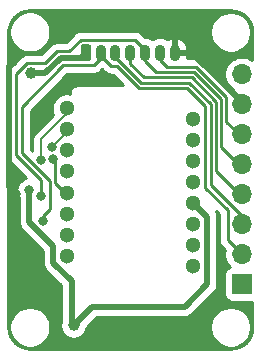
<source format=gbl>
G04 #@! TF.GenerationSoftware,KiCad,Pcbnew,(5.1.5)-3*
G04 #@! TF.CreationDate,2021-07-20T23:34:01+09:00*
G04 #@! TF.ProjectId,pmw3360,706d7733-3336-4302-9e6b-696361645f70,rev?*
G04 #@! TF.SameCoordinates,PX5b136e0PY4bcb138*
G04 #@! TF.FileFunction,Copper,L2,Bot*
G04 #@! TF.FilePolarity,Positive*
%FSLAX46Y46*%
G04 Gerber Fmt 4.6, Leading zero omitted, Abs format (unit mm)*
G04 Created by KiCad (PCBNEW (5.1.5)-3) date 2021-07-20 23:34:01*
%MOMM*%
%LPD*%
G04 APERTURE LIST*
%ADD10O,0.900000X1.400000*%
%ADD11C,0.100000*%
%ADD12C,1.300000*%
%ADD13O,1.700000X1.700000*%
%ADD14R,1.700000X1.700000*%
%ADD15C,0.800000*%
%ADD16C,1.000000*%
%ADD17C,0.500000*%
%ADD18C,0.250000*%
%ADD19C,0.200000*%
%ADD20C,0.254000*%
G04 APERTURE END LIST*
D10*
X14750000Y-4250000D03*
X13500000Y-4250000D03*
X12250000Y-4250000D03*
X11000000Y-4250000D03*
X9750000Y-4250000D03*
X8500000Y-4250000D03*
G04 #@! TA.AperFunction,ComponentPad*
D11*
G36*
X7497054Y-3551083D02*
G01*
X7518895Y-3554323D01*
X7540314Y-3559688D01*
X7561104Y-3567127D01*
X7581064Y-3576568D01*
X7600003Y-3587919D01*
X7617738Y-3601073D01*
X7634099Y-3615901D01*
X7648927Y-3632262D01*
X7662081Y-3649997D01*
X7673432Y-3668936D01*
X7682873Y-3688896D01*
X7690312Y-3709686D01*
X7695677Y-3731105D01*
X7698917Y-3752946D01*
X7700000Y-3775000D01*
X7700000Y-4725000D01*
X7698917Y-4747054D01*
X7695677Y-4768895D01*
X7690312Y-4790314D01*
X7682873Y-4811104D01*
X7673432Y-4831064D01*
X7662081Y-4850003D01*
X7648927Y-4867738D01*
X7634099Y-4884099D01*
X7617738Y-4898927D01*
X7600003Y-4912081D01*
X7581064Y-4923432D01*
X7561104Y-4932873D01*
X7540314Y-4940312D01*
X7518895Y-4945677D01*
X7497054Y-4948917D01*
X7475000Y-4950000D01*
X7025000Y-4950000D01*
X7002946Y-4948917D01*
X6981105Y-4945677D01*
X6959686Y-4940312D01*
X6938896Y-4932873D01*
X6918936Y-4923432D01*
X6899997Y-4912081D01*
X6882262Y-4898927D01*
X6865901Y-4884099D01*
X6851073Y-4867738D01*
X6837919Y-4850003D01*
X6826568Y-4831064D01*
X6817127Y-4811104D01*
X6809688Y-4790314D01*
X6804323Y-4768895D01*
X6801083Y-4747054D01*
X6800000Y-4725000D01*
X6800000Y-3775000D01*
X6801083Y-3752946D01*
X6804323Y-3731105D01*
X6809688Y-3709686D01*
X6817127Y-3688896D01*
X6826568Y-3668936D01*
X6837919Y-3649997D01*
X6851073Y-3632262D01*
X6865901Y-3615901D01*
X6882262Y-3601073D01*
X6899997Y-3587919D01*
X6918936Y-3576568D01*
X6938896Y-3567127D01*
X6959686Y-3559688D01*
X6981105Y-3554323D01*
X7002946Y-3551083D01*
X7025000Y-3550000D01*
X7475000Y-3550000D01*
X7497054Y-3551083D01*
G37*
G04 #@! TD.AperFunction*
D12*
X5650000Y-21435000D03*
X5650000Y-19655000D03*
X5650000Y-17875000D03*
X5650000Y-16095000D03*
X5650000Y-14315000D03*
X5650000Y-12535000D03*
X5650000Y-10755000D03*
X5650000Y-8975000D03*
X16350000Y-9865000D03*
X16350000Y-11645000D03*
X16350000Y-13425000D03*
X16350000Y-15205000D03*
X16350000Y-16985000D03*
X16350000Y-18765000D03*
X16350000Y-20545000D03*
X16350000Y-22325000D03*
D13*
X20450000Y-6070000D03*
X20450000Y-8610000D03*
X20450000Y-11150000D03*
X20450000Y-13690000D03*
X20450000Y-16230000D03*
X20450000Y-18770000D03*
X20450000Y-21310000D03*
D14*
X20450000Y-23850000D03*
D15*
X15500000Y-2050000D03*
X17050000Y-27400000D03*
X12800000Y-27400000D03*
X1050000Y-5050000D03*
X1150000Y-24800000D03*
X1350000Y-16200000D03*
X9200000Y-6600000D03*
X4025000Y-9725000D03*
X5000000Y-29000000D03*
X18450000Y-25200000D03*
D16*
X2600000Y-6000000D03*
X6200000Y-27350000D03*
D15*
X2400000Y-15900000D03*
X3450000Y-16400000D03*
X3600000Y-18500000D03*
X4450000Y-13250000D03*
X4350000Y-12250000D03*
X3450000Y-13350000D03*
D17*
X14750000Y-4250000D02*
X16250000Y-4250000D01*
X20450000Y-8450000D02*
X20450000Y-8610000D01*
X16250000Y-4250000D02*
X20450000Y-8450000D01*
X1050000Y-5050000D02*
X850000Y-5250000D01*
X750000Y-5350000D02*
X1050000Y-5050000D01*
X1350000Y-16200000D02*
X750000Y-15600000D01*
X750000Y-15600000D02*
X750000Y-5350000D01*
X12800000Y-27400000D02*
X17050000Y-27400000D01*
X5100000Y-4700000D02*
X6800000Y-4700000D01*
X6800000Y-4700000D02*
X7250000Y-4250000D01*
X2600000Y-6000000D02*
X3800000Y-6000000D01*
X3800000Y-6000000D02*
X5100000Y-4700000D01*
X17500000Y-18135000D02*
X16350000Y-16985000D01*
X17500000Y-23850000D02*
X17500000Y-18135000D01*
X15600000Y-25750000D02*
X17500000Y-23850000D01*
X6200000Y-27350000D02*
X7800000Y-25750000D01*
X7800000Y-25750000D02*
X15600000Y-25750000D01*
X6050000Y-23600000D02*
X6050000Y-27200000D01*
X2450000Y-15950000D02*
X2450000Y-18600000D01*
X2400000Y-15900000D02*
X2450000Y-15950000D01*
X2450000Y-18600000D02*
X4500000Y-20650000D01*
X4500000Y-20650000D02*
X4500000Y-22050000D01*
X6050000Y-27200000D02*
X6200000Y-27350000D01*
X4500000Y-22050000D02*
X6050000Y-23600000D01*
D18*
X13500000Y-4250000D02*
X13500000Y-4800000D01*
X19150000Y-10100000D02*
X20200000Y-11150000D01*
X13500000Y-4850000D02*
X14100000Y-5450000D01*
X13500000Y-4250000D02*
X13500000Y-4850000D01*
X19150000Y-8000000D02*
X19150000Y-10100000D01*
X20200000Y-11150000D02*
X20450000Y-11150000D01*
X14100000Y-5450000D02*
X16600000Y-5450000D01*
X16600000Y-5450000D02*
X19150000Y-8000000D01*
X18700000Y-12250000D02*
X20140000Y-13690000D01*
X12250000Y-4950000D02*
X13200000Y-5900000D01*
X12250000Y-4250000D02*
X12250000Y-4950000D01*
X20140000Y-13690000D02*
X20450000Y-13690000D01*
X18700000Y-8200000D02*
X18700000Y-12250000D01*
X13200000Y-5900000D02*
X16400000Y-5900000D01*
X16400000Y-5900000D02*
X18700000Y-8200000D01*
X12250000Y-4000000D02*
X12250000Y-4250000D01*
X11400000Y-3150000D02*
X12250000Y-4000000D01*
X3450000Y-15050000D02*
X1350000Y-12950000D01*
X3450000Y-16400000D02*
X3450000Y-15050000D01*
X6800000Y-3150000D02*
X11400000Y-3150000D01*
X3750000Y-5150000D02*
X4800000Y-4100000D01*
X1350000Y-12950000D02*
X1350000Y-6050000D01*
X1350000Y-6050000D02*
X2250000Y-5150000D01*
X5850000Y-4100000D02*
X6800000Y-3150000D01*
X2250000Y-5150000D02*
X3750000Y-5150000D01*
X4800000Y-4100000D02*
X5850000Y-4100000D01*
X11000000Y-5200000D02*
X11000000Y-4250000D01*
X12150000Y-6350000D02*
X11000000Y-5200000D01*
X20180000Y-16230000D02*
X18250000Y-14300000D01*
X18250000Y-14300000D02*
X18250000Y-8400000D01*
X20450000Y-16230000D02*
X20180000Y-16230000D01*
X18250000Y-8400000D02*
X16200000Y-6350000D01*
X16200000Y-6350000D02*
X12150000Y-6350000D01*
X20450000Y-18100000D02*
X20450000Y-18770000D01*
X17800000Y-15450000D02*
X20450000Y-18100000D01*
X9750000Y-4600000D02*
X11950000Y-6800000D01*
X9750000Y-4250000D02*
X9750000Y-4600000D01*
X11950000Y-6800000D02*
X16000000Y-6800000D01*
X17800000Y-8600000D02*
X17800000Y-15450000D01*
X16000000Y-6800000D02*
X17800000Y-8600000D01*
X19250000Y-20110000D02*
X20450000Y-21310000D01*
X19250000Y-17600000D02*
X19250000Y-20110000D01*
X17350000Y-15700000D02*
X19250000Y-17600000D01*
X17350000Y-8800000D02*
X17350000Y-15700000D01*
X8500000Y-4500000D02*
X9350000Y-5350000D01*
X9350000Y-5350000D02*
X9850000Y-5350000D01*
X8500000Y-4250000D02*
X8500000Y-4500000D01*
X9850000Y-5350000D02*
X11750000Y-7250000D01*
X15800000Y-7250000D02*
X17350000Y-8800000D01*
X11750000Y-7250000D02*
X15800000Y-7250000D01*
X8500000Y-4700000D02*
X8500000Y-4250000D01*
X3600000Y-18500000D02*
X3600000Y-18050000D01*
X1800000Y-8850000D02*
X5350000Y-5300000D01*
X4200000Y-17450000D02*
X4200000Y-15150000D01*
X4200000Y-15150000D02*
X1800000Y-12750000D01*
X3600000Y-18050000D02*
X4200000Y-17450000D01*
X7900000Y-5300000D02*
X8500000Y-4700000D01*
X5350000Y-5300000D02*
X7900000Y-5300000D01*
X1800000Y-12750000D02*
X1800000Y-8850000D01*
X4650000Y-13450000D02*
X4450000Y-13250000D01*
X4650000Y-15250000D02*
X4650000Y-13450000D01*
X5650000Y-16095000D02*
X5495000Y-16095000D01*
X5495000Y-16095000D02*
X4650000Y-15250000D01*
D19*
X5650000Y-10950000D02*
X5650000Y-10755000D01*
X4350000Y-12250000D02*
X5650000Y-10950000D01*
X5650000Y-9400000D02*
X5650000Y-8975000D01*
X3450000Y-13350000D02*
X3450000Y-11600000D01*
X3450000Y-11600000D02*
X5650000Y-9400000D01*
D20*
G36*
X715026Y-13374276D02*
G01*
X746533Y-13412667D01*
X809999Y-13490001D01*
X839002Y-13513804D01*
X2208093Y-14882896D01*
X2098102Y-14904774D01*
X1909744Y-14982795D01*
X1740226Y-15096063D01*
X1596063Y-15240226D01*
X1482795Y-15409744D01*
X1404774Y-15598102D01*
X1365000Y-15798061D01*
X1365000Y-16001939D01*
X1404774Y-16201898D01*
X1482795Y-16390256D01*
X1565000Y-16513285D01*
X1565001Y-18556521D01*
X1560719Y-18600000D01*
X1577805Y-18773490D01*
X1628412Y-18940313D01*
X1710590Y-19094059D01*
X1793468Y-19195046D01*
X1793471Y-19195049D01*
X1821184Y-19228817D01*
X1854951Y-19256529D01*
X3615000Y-21016579D01*
X3615001Y-22006521D01*
X3610719Y-22050000D01*
X3627805Y-22223490D01*
X3678412Y-22390313D01*
X3760590Y-22544059D01*
X3843468Y-22645046D01*
X3843471Y-22645049D01*
X3871184Y-22678817D01*
X3904951Y-22706529D01*
X5165000Y-23966579D01*
X5165001Y-26882811D01*
X5108617Y-27018933D01*
X5065000Y-27238212D01*
X5065000Y-27461788D01*
X5108617Y-27681067D01*
X5194176Y-27887624D01*
X5318388Y-28073520D01*
X5476480Y-28231612D01*
X5662376Y-28355824D01*
X5868933Y-28441383D01*
X6088212Y-28485000D01*
X6311788Y-28485000D01*
X6531067Y-28441383D01*
X6737624Y-28355824D01*
X6923520Y-28231612D01*
X7081612Y-28073520D01*
X7205824Y-27887624D01*
X7291383Y-27681067D01*
X7333811Y-27467768D01*
X7472462Y-27329117D01*
X17765000Y-27329117D01*
X17765000Y-27670883D01*
X17831675Y-28006081D01*
X17962463Y-28321831D01*
X18152337Y-28605998D01*
X18394002Y-28847663D01*
X18678169Y-29037537D01*
X18993919Y-29168325D01*
X19329117Y-29235000D01*
X19670883Y-29235000D01*
X20006081Y-29168325D01*
X20321831Y-29037537D01*
X20605998Y-28847663D01*
X20847663Y-28605998D01*
X21037537Y-28321831D01*
X21168325Y-28006081D01*
X21235000Y-27670883D01*
X21235000Y-27329117D01*
X21168325Y-26993919D01*
X21037537Y-26678169D01*
X20847663Y-26394002D01*
X20605998Y-26152337D01*
X20321831Y-25962463D01*
X20006081Y-25831675D01*
X19670883Y-25765000D01*
X19329117Y-25765000D01*
X18993919Y-25831675D01*
X18678169Y-25962463D01*
X18394002Y-26152337D01*
X18152337Y-26394002D01*
X17962463Y-26678169D01*
X17831675Y-26993919D01*
X17765000Y-27329117D01*
X7472462Y-27329117D01*
X8166579Y-26635000D01*
X15556531Y-26635000D01*
X15600000Y-26639281D01*
X15643469Y-26635000D01*
X15643477Y-26635000D01*
X15773490Y-26622195D01*
X15940313Y-26571589D01*
X16094059Y-26489411D01*
X16228817Y-26378817D01*
X16256534Y-26345044D01*
X18095050Y-24506529D01*
X18128817Y-24478817D01*
X18239411Y-24344059D01*
X18321589Y-24190313D01*
X18372195Y-24023490D01*
X18385000Y-23893477D01*
X18385000Y-23893469D01*
X18389281Y-23850000D01*
X18385000Y-23806531D01*
X18385000Y-18178469D01*
X18389281Y-18135000D01*
X18385000Y-18091531D01*
X18385000Y-18091523D01*
X18372195Y-17961510D01*
X18353844Y-17901015D01*
X18321589Y-17794686D01*
X18266133Y-17690935D01*
X18490000Y-17914802D01*
X18490001Y-20072668D01*
X18486324Y-20110000D01*
X18490001Y-20147333D01*
X18500606Y-20255000D01*
X18500998Y-20258985D01*
X18544454Y-20402246D01*
X18615026Y-20534276D01*
X18681981Y-20615860D01*
X18710000Y-20650001D01*
X18738998Y-20673799D01*
X19008791Y-20943592D01*
X18965000Y-21163740D01*
X18965000Y-21456260D01*
X19022068Y-21743158D01*
X19134010Y-22013411D01*
X19296525Y-22256632D01*
X19428380Y-22388487D01*
X19355820Y-22410498D01*
X19245506Y-22469463D01*
X19148815Y-22548815D01*
X19069463Y-22645506D01*
X19010498Y-22755820D01*
X18974188Y-22875518D01*
X18961928Y-23000000D01*
X18961928Y-24700000D01*
X18974188Y-24824482D01*
X19010498Y-24944180D01*
X19069463Y-25054494D01*
X19148815Y-25151185D01*
X19245506Y-25230537D01*
X19355820Y-25289502D01*
X19475518Y-25325812D01*
X19600000Y-25338072D01*
X21300000Y-25338072D01*
X21340001Y-25334132D01*
X21340001Y-27467711D01*
X21301853Y-27856776D01*
X21198238Y-28199964D01*
X21029939Y-28516489D01*
X20803365Y-28794296D01*
X20527146Y-29022805D01*
X20211803Y-29193310D01*
X19869344Y-29299319D01*
X19482288Y-29340000D01*
X2532279Y-29340000D01*
X2143224Y-29301853D01*
X1800036Y-29198238D01*
X1483511Y-29029939D01*
X1205704Y-28803365D01*
X977195Y-28527146D01*
X806690Y-28211803D01*
X700681Y-27869344D01*
X660000Y-27482288D01*
X660000Y-27329117D01*
X765000Y-27329117D01*
X765000Y-27670883D01*
X831675Y-28006081D01*
X962463Y-28321831D01*
X1152337Y-28605998D01*
X1394002Y-28847663D01*
X1678169Y-29037537D01*
X1993919Y-29168325D01*
X2329117Y-29235000D01*
X2670883Y-29235000D01*
X3006081Y-29168325D01*
X3321831Y-29037537D01*
X3605998Y-28847663D01*
X3847663Y-28605998D01*
X4037537Y-28321831D01*
X4168325Y-28006081D01*
X4235000Y-27670883D01*
X4235000Y-27329117D01*
X4168325Y-26993919D01*
X4037537Y-26678169D01*
X3847663Y-26394002D01*
X3605998Y-26152337D01*
X3321831Y-25962463D01*
X3006081Y-25831675D01*
X2670883Y-25765000D01*
X2329117Y-25765000D01*
X1993919Y-25831675D01*
X1678169Y-25962463D01*
X1394002Y-26152337D01*
X1152337Y-26394002D01*
X962463Y-26678169D01*
X831675Y-26993919D01*
X765000Y-27329117D01*
X660000Y-27329117D01*
X660000Y-13271330D01*
X715026Y-13374276D01*
G37*
X715026Y-13374276D02*
X746533Y-13412667D01*
X809999Y-13490001D01*
X839002Y-13513804D01*
X2208093Y-14882896D01*
X2098102Y-14904774D01*
X1909744Y-14982795D01*
X1740226Y-15096063D01*
X1596063Y-15240226D01*
X1482795Y-15409744D01*
X1404774Y-15598102D01*
X1365000Y-15798061D01*
X1365000Y-16001939D01*
X1404774Y-16201898D01*
X1482795Y-16390256D01*
X1565000Y-16513285D01*
X1565001Y-18556521D01*
X1560719Y-18600000D01*
X1577805Y-18773490D01*
X1628412Y-18940313D01*
X1710590Y-19094059D01*
X1793468Y-19195046D01*
X1793471Y-19195049D01*
X1821184Y-19228817D01*
X1854951Y-19256529D01*
X3615000Y-21016579D01*
X3615001Y-22006521D01*
X3610719Y-22050000D01*
X3627805Y-22223490D01*
X3678412Y-22390313D01*
X3760590Y-22544059D01*
X3843468Y-22645046D01*
X3843471Y-22645049D01*
X3871184Y-22678817D01*
X3904951Y-22706529D01*
X5165000Y-23966579D01*
X5165001Y-26882811D01*
X5108617Y-27018933D01*
X5065000Y-27238212D01*
X5065000Y-27461788D01*
X5108617Y-27681067D01*
X5194176Y-27887624D01*
X5318388Y-28073520D01*
X5476480Y-28231612D01*
X5662376Y-28355824D01*
X5868933Y-28441383D01*
X6088212Y-28485000D01*
X6311788Y-28485000D01*
X6531067Y-28441383D01*
X6737624Y-28355824D01*
X6923520Y-28231612D01*
X7081612Y-28073520D01*
X7205824Y-27887624D01*
X7291383Y-27681067D01*
X7333811Y-27467768D01*
X7472462Y-27329117D01*
X17765000Y-27329117D01*
X17765000Y-27670883D01*
X17831675Y-28006081D01*
X17962463Y-28321831D01*
X18152337Y-28605998D01*
X18394002Y-28847663D01*
X18678169Y-29037537D01*
X18993919Y-29168325D01*
X19329117Y-29235000D01*
X19670883Y-29235000D01*
X20006081Y-29168325D01*
X20321831Y-29037537D01*
X20605998Y-28847663D01*
X20847663Y-28605998D01*
X21037537Y-28321831D01*
X21168325Y-28006081D01*
X21235000Y-27670883D01*
X21235000Y-27329117D01*
X21168325Y-26993919D01*
X21037537Y-26678169D01*
X20847663Y-26394002D01*
X20605998Y-26152337D01*
X20321831Y-25962463D01*
X20006081Y-25831675D01*
X19670883Y-25765000D01*
X19329117Y-25765000D01*
X18993919Y-25831675D01*
X18678169Y-25962463D01*
X18394002Y-26152337D01*
X18152337Y-26394002D01*
X17962463Y-26678169D01*
X17831675Y-26993919D01*
X17765000Y-27329117D01*
X7472462Y-27329117D01*
X8166579Y-26635000D01*
X15556531Y-26635000D01*
X15600000Y-26639281D01*
X15643469Y-26635000D01*
X15643477Y-26635000D01*
X15773490Y-26622195D01*
X15940313Y-26571589D01*
X16094059Y-26489411D01*
X16228817Y-26378817D01*
X16256534Y-26345044D01*
X18095050Y-24506529D01*
X18128817Y-24478817D01*
X18239411Y-24344059D01*
X18321589Y-24190313D01*
X18372195Y-24023490D01*
X18385000Y-23893477D01*
X18385000Y-23893469D01*
X18389281Y-23850000D01*
X18385000Y-23806531D01*
X18385000Y-18178469D01*
X18389281Y-18135000D01*
X18385000Y-18091531D01*
X18385000Y-18091523D01*
X18372195Y-17961510D01*
X18353844Y-17901015D01*
X18321589Y-17794686D01*
X18266133Y-17690935D01*
X18490000Y-17914802D01*
X18490001Y-20072668D01*
X18486324Y-20110000D01*
X18490001Y-20147333D01*
X18500606Y-20255000D01*
X18500998Y-20258985D01*
X18544454Y-20402246D01*
X18615026Y-20534276D01*
X18681981Y-20615860D01*
X18710000Y-20650001D01*
X18738998Y-20673799D01*
X19008791Y-20943592D01*
X18965000Y-21163740D01*
X18965000Y-21456260D01*
X19022068Y-21743158D01*
X19134010Y-22013411D01*
X19296525Y-22256632D01*
X19428380Y-22388487D01*
X19355820Y-22410498D01*
X19245506Y-22469463D01*
X19148815Y-22548815D01*
X19069463Y-22645506D01*
X19010498Y-22755820D01*
X18974188Y-22875518D01*
X18961928Y-23000000D01*
X18961928Y-24700000D01*
X18974188Y-24824482D01*
X19010498Y-24944180D01*
X19069463Y-25054494D01*
X19148815Y-25151185D01*
X19245506Y-25230537D01*
X19355820Y-25289502D01*
X19475518Y-25325812D01*
X19600000Y-25338072D01*
X21300000Y-25338072D01*
X21340001Y-25334132D01*
X21340001Y-27467711D01*
X21301853Y-27856776D01*
X21198238Y-28199964D01*
X21029939Y-28516489D01*
X20803365Y-28794296D01*
X20527146Y-29022805D01*
X20211803Y-29193310D01*
X19869344Y-29299319D01*
X19482288Y-29340000D01*
X2532279Y-29340000D01*
X2143224Y-29301853D01*
X1800036Y-29198238D01*
X1483511Y-29029939D01*
X1205704Y-28803365D01*
X977195Y-28527146D01*
X806690Y-28211803D01*
X700681Y-27869344D01*
X660000Y-27482288D01*
X660000Y-27329117D01*
X765000Y-27329117D01*
X765000Y-27670883D01*
X831675Y-28006081D01*
X962463Y-28321831D01*
X1152337Y-28605998D01*
X1394002Y-28847663D01*
X1678169Y-29037537D01*
X1993919Y-29168325D01*
X2329117Y-29235000D01*
X2670883Y-29235000D01*
X3006081Y-29168325D01*
X3321831Y-29037537D01*
X3605998Y-28847663D01*
X3847663Y-28605998D01*
X4037537Y-28321831D01*
X4168325Y-28006081D01*
X4235000Y-27670883D01*
X4235000Y-27329117D01*
X4168325Y-26993919D01*
X4037537Y-26678169D01*
X3847663Y-26394002D01*
X3605998Y-26152337D01*
X3321831Y-25962463D01*
X3006081Y-25831675D01*
X2670883Y-25765000D01*
X2329117Y-25765000D01*
X1993919Y-25831675D01*
X1678169Y-25962463D01*
X1394002Y-26152337D01*
X1152337Y-26394002D01*
X962463Y-26678169D01*
X831675Y-26993919D01*
X765000Y-27329117D01*
X660000Y-27329117D01*
X660000Y-13271330D01*
X715026Y-13374276D01*
G36*
X8786200Y-5861002D02*
G01*
X8809999Y-5890001D01*
X8838997Y-5913799D01*
X8925724Y-5984974D01*
X9057753Y-6055546D01*
X9201014Y-6099003D01*
X9350000Y-6113677D01*
X9387333Y-6110000D01*
X9535199Y-6110000D01*
X10415198Y-6990000D01*
X6582419Y-6990000D01*
X6550000Y-6986807D01*
X6517581Y-6990000D01*
X6420617Y-6999550D01*
X6296207Y-7037290D01*
X6181550Y-7098575D01*
X6081052Y-7181052D01*
X5998575Y-7281550D01*
X5937290Y-7396207D01*
X5899550Y-7520617D01*
X5886807Y-7650000D01*
X5890000Y-7682419D01*
X5890000Y-7712564D01*
X5776561Y-7690000D01*
X5523439Y-7690000D01*
X5275179Y-7739381D01*
X5041324Y-7836247D01*
X4830860Y-7976875D01*
X4651875Y-8155860D01*
X4511247Y-8366324D01*
X4414381Y-8600179D01*
X4365000Y-8848439D01*
X4365000Y-9101561D01*
X4414381Y-9349821D01*
X4486536Y-9524018D01*
X2955808Y-11054746D01*
X2927763Y-11077762D01*
X2835914Y-11189680D01*
X2778946Y-11296260D01*
X2767664Y-11317367D01*
X2725635Y-11455915D01*
X2711444Y-11600000D01*
X2715001Y-11636115D01*
X2715000Y-12590199D01*
X2560000Y-12435199D01*
X2560000Y-9164801D01*
X5664802Y-6060000D01*
X7862678Y-6060000D01*
X7900000Y-6063676D01*
X7937322Y-6060000D01*
X7937333Y-6060000D01*
X8048986Y-6049003D01*
X8192247Y-6005546D01*
X8324276Y-5934974D01*
X8440001Y-5840001D01*
X8463803Y-5810998D01*
X8600000Y-5674802D01*
X8786200Y-5861002D01*
G37*
X8786200Y-5861002D02*
X8809999Y-5890001D01*
X8838997Y-5913799D01*
X8925724Y-5984974D01*
X9057753Y-6055546D01*
X9201014Y-6099003D01*
X9350000Y-6113677D01*
X9387333Y-6110000D01*
X9535199Y-6110000D01*
X10415198Y-6990000D01*
X6582419Y-6990000D01*
X6550000Y-6986807D01*
X6517581Y-6990000D01*
X6420617Y-6999550D01*
X6296207Y-7037290D01*
X6181550Y-7098575D01*
X6081052Y-7181052D01*
X5998575Y-7281550D01*
X5937290Y-7396207D01*
X5899550Y-7520617D01*
X5886807Y-7650000D01*
X5890000Y-7682419D01*
X5890000Y-7712564D01*
X5776561Y-7690000D01*
X5523439Y-7690000D01*
X5275179Y-7739381D01*
X5041324Y-7836247D01*
X4830860Y-7976875D01*
X4651875Y-8155860D01*
X4511247Y-8366324D01*
X4414381Y-8600179D01*
X4365000Y-8848439D01*
X4365000Y-9101561D01*
X4414381Y-9349821D01*
X4486536Y-9524018D01*
X2955808Y-11054746D01*
X2927763Y-11077762D01*
X2835914Y-11189680D01*
X2778946Y-11296260D01*
X2767664Y-11317367D01*
X2725635Y-11455915D01*
X2711444Y-11600000D01*
X2715001Y-11636115D01*
X2715000Y-12590199D01*
X2560000Y-12435199D01*
X2560000Y-9164801D01*
X5664802Y-6060000D01*
X7862678Y-6060000D01*
X7900000Y-6063676D01*
X7937322Y-6060000D01*
X7937333Y-6060000D01*
X8048986Y-6049003D01*
X8192247Y-6005546D01*
X8324276Y-5934974D01*
X8440001Y-5840001D01*
X8463803Y-5810998D01*
X8600000Y-5674802D01*
X8786200Y-5861002D01*
G36*
X16543748Y-9850858D02*
G01*
X16529605Y-9865000D01*
X16543748Y-9879143D01*
X16364143Y-10058748D01*
X16350000Y-10044605D01*
X16335858Y-10058748D01*
X16156253Y-9879143D01*
X16170395Y-9865000D01*
X16156253Y-9850858D01*
X16335858Y-9671253D01*
X16350000Y-9685395D01*
X16364143Y-9671253D01*
X16543748Y-9850858D01*
G37*
X16543748Y-9850858D02*
X16529605Y-9865000D01*
X16543748Y-9879143D01*
X16364143Y-10058748D01*
X16350000Y-10044605D01*
X16335858Y-10058748D01*
X16156253Y-9879143D01*
X16170395Y-9865000D01*
X16156253Y-9850858D01*
X16335858Y-9671253D01*
X16350000Y-9685395D01*
X16364143Y-9671253D01*
X16543748Y-9850858D01*
G36*
X20577000Y-8483000D02*
G01*
X20597000Y-8483000D01*
X20597000Y-8737000D01*
X20577000Y-8737000D01*
X20577000Y-8757000D01*
X20323000Y-8757000D01*
X20323000Y-8737000D01*
X20303000Y-8737000D01*
X20303000Y-8483000D01*
X20323000Y-8483000D01*
X20323000Y-8463000D01*
X20577000Y-8463000D01*
X20577000Y-8483000D01*
G37*
X20577000Y-8483000D02*
X20597000Y-8483000D01*
X20597000Y-8737000D01*
X20577000Y-8737000D01*
X20577000Y-8757000D01*
X20323000Y-8757000D01*
X20323000Y-8737000D01*
X20303000Y-8737000D01*
X20303000Y-8483000D01*
X20323000Y-8483000D01*
X20323000Y-8463000D01*
X20577000Y-8463000D01*
X20577000Y-8483000D01*
G36*
X19856775Y-698147D02*
G01*
X20199967Y-801763D01*
X20516489Y-970062D01*
X20794299Y-1196637D01*
X21022806Y-1472856D01*
X21193310Y-1788197D01*
X21299319Y-2130656D01*
X21340000Y-2517712D01*
X21340000Y-4878685D01*
X21153411Y-4754010D01*
X20883158Y-4642068D01*
X20596260Y-4585000D01*
X20303740Y-4585000D01*
X20016842Y-4642068D01*
X19746589Y-4754010D01*
X19503368Y-4916525D01*
X19296525Y-5123368D01*
X19134010Y-5366589D01*
X19022068Y-5636842D01*
X18965000Y-5923740D01*
X18965000Y-6216260D01*
X19022068Y-6503158D01*
X19134010Y-6773411D01*
X19296525Y-7016632D01*
X19503368Y-7223475D01*
X19685534Y-7345195D01*
X19613127Y-7388325D01*
X17163804Y-4939003D01*
X17140001Y-4909999D01*
X17024276Y-4815026D01*
X16892247Y-4744454D01*
X16748986Y-4700997D01*
X16637333Y-4690000D01*
X16637322Y-4690000D01*
X16600000Y-4686324D01*
X16562678Y-4690000D01*
X15827700Y-4690000D01*
X15847964Y-4549367D01*
X15683419Y-4377000D01*
X14877000Y-4377000D01*
X14877000Y-4397000D01*
X14623000Y-4397000D01*
X14623000Y-4377000D01*
X14603000Y-4377000D01*
X14603000Y-4123000D01*
X14623000Y-4123000D01*
X14623000Y-3082498D01*
X14877000Y-3082498D01*
X14877000Y-4123000D01*
X15683419Y-4123000D01*
X15847964Y-3950633D01*
X15817236Y-3737379D01*
X15745495Y-3534218D01*
X15635497Y-3348956D01*
X15491470Y-3188714D01*
X15318949Y-3059649D01*
X15124563Y-2966721D01*
X15044001Y-2955592D01*
X14877000Y-3082498D01*
X14623000Y-3082498D01*
X14455999Y-2955592D01*
X14375437Y-2966721D01*
X14181051Y-3059649D01*
X14120066Y-3105273D01*
X14105710Y-3093491D01*
X13917219Y-2992741D01*
X13712696Y-2930700D01*
X13500000Y-2909751D01*
X13287303Y-2930700D01*
X13082780Y-2992741D01*
X12894290Y-3093491D01*
X12875000Y-3109322D01*
X12855710Y-3093491D01*
X12667219Y-2992741D01*
X12462696Y-2930700D01*
X12250000Y-2909751D01*
X12235937Y-2911136D01*
X11963803Y-2639002D01*
X11940001Y-2609999D01*
X11824276Y-2515026D01*
X11692247Y-2444454D01*
X11548986Y-2400997D01*
X11437333Y-2390000D01*
X11437322Y-2390000D01*
X11400000Y-2386324D01*
X11362678Y-2390000D01*
X6837323Y-2390000D01*
X6800000Y-2386324D01*
X6762677Y-2390000D01*
X6762667Y-2390000D01*
X6651014Y-2400997D01*
X6507753Y-2444454D01*
X6375723Y-2515026D01*
X6358968Y-2528777D01*
X6259999Y-2609999D01*
X6236201Y-2638997D01*
X5535199Y-3340000D01*
X4837322Y-3340000D01*
X4799999Y-3336324D01*
X4762676Y-3340000D01*
X4762667Y-3340000D01*
X4651014Y-3350997D01*
X4507753Y-3394454D01*
X4375724Y-3465026D01*
X4259999Y-3559999D01*
X4236201Y-3588997D01*
X3435199Y-4390000D01*
X2287322Y-4390000D01*
X2249999Y-4386324D01*
X2212676Y-4390000D01*
X2212667Y-4390000D01*
X2101014Y-4400997D01*
X1957753Y-4444454D01*
X1825724Y-4515026D01*
X1709999Y-4609999D01*
X1686201Y-4638997D01*
X838998Y-5486201D01*
X810000Y-5509999D01*
X786202Y-5538997D01*
X786201Y-5538998D01*
X715026Y-5625724D01*
X660000Y-5728670D01*
X660000Y-2532279D01*
X679920Y-2329117D01*
X765000Y-2329117D01*
X765000Y-2670883D01*
X831675Y-3006081D01*
X962463Y-3321831D01*
X1152337Y-3605998D01*
X1394002Y-3847663D01*
X1678169Y-4037537D01*
X1993919Y-4168325D01*
X2329117Y-4235000D01*
X2670883Y-4235000D01*
X3006081Y-4168325D01*
X3321831Y-4037537D01*
X3605998Y-3847663D01*
X3847663Y-3605998D01*
X4037537Y-3321831D01*
X4168325Y-3006081D01*
X4235000Y-2670883D01*
X4235000Y-2354117D01*
X17765000Y-2354117D01*
X17765000Y-2695883D01*
X17831675Y-3031081D01*
X17962463Y-3346831D01*
X18152337Y-3630998D01*
X18394002Y-3872663D01*
X18678169Y-4062537D01*
X18993919Y-4193325D01*
X19329117Y-4260000D01*
X19670883Y-4260000D01*
X20006081Y-4193325D01*
X20321831Y-4062537D01*
X20605998Y-3872663D01*
X20847663Y-3630998D01*
X21037537Y-3346831D01*
X21168325Y-3031081D01*
X21235000Y-2695883D01*
X21235000Y-2354117D01*
X21168325Y-2018919D01*
X21037537Y-1703169D01*
X20847663Y-1419002D01*
X20605998Y-1177337D01*
X20321831Y-987463D01*
X20006081Y-856675D01*
X19670883Y-790000D01*
X19329117Y-790000D01*
X18993919Y-856675D01*
X18678169Y-987463D01*
X18394002Y-1177337D01*
X18152337Y-1419002D01*
X17962463Y-1703169D01*
X17831675Y-2018919D01*
X17765000Y-2354117D01*
X4235000Y-2354117D01*
X4235000Y-2329117D01*
X4168325Y-1993919D01*
X4037537Y-1678169D01*
X3847663Y-1394002D01*
X3605998Y-1152337D01*
X3321831Y-962463D01*
X3006081Y-831675D01*
X2670883Y-765000D01*
X2329117Y-765000D01*
X1993919Y-831675D01*
X1678169Y-962463D01*
X1394002Y-1152337D01*
X1152337Y-1394002D01*
X962463Y-1678169D01*
X831675Y-1993919D01*
X765000Y-2329117D01*
X679920Y-2329117D01*
X698147Y-2143225D01*
X801763Y-1800033D01*
X970062Y-1483511D01*
X1196637Y-1205701D01*
X1472856Y-977194D01*
X1788197Y-806690D01*
X2130656Y-700681D01*
X2517712Y-660000D01*
X19467721Y-660000D01*
X19856775Y-698147D01*
G37*
X19856775Y-698147D02*
X20199967Y-801763D01*
X20516489Y-970062D01*
X20794299Y-1196637D01*
X21022806Y-1472856D01*
X21193310Y-1788197D01*
X21299319Y-2130656D01*
X21340000Y-2517712D01*
X21340000Y-4878685D01*
X21153411Y-4754010D01*
X20883158Y-4642068D01*
X20596260Y-4585000D01*
X20303740Y-4585000D01*
X20016842Y-4642068D01*
X19746589Y-4754010D01*
X19503368Y-4916525D01*
X19296525Y-5123368D01*
X19134010Y-5366589D01*
X19022068Y-5636842D01*
X18965000Y-5923740D01*
X18965000Y-6216260D01*
X19022068Y-6503158D01*
X19134010Y-6773411D01*
X19296525Y-7016632D01*
X19503368Y-7223475D01*
X19685534Y-7345195D01*
X19613127Y-7388325D01*
X17163804Y-4939003D01*
X17140001Y-4909999D01*
X17024276Y-4815026D01*
X16892247Y-4744454D01*
X16748986Y-4700997D01*
X16637333Y-4690000D01*
X16637322Y-4690000D01*
X16600000Y-4686324D01*
X16562678Y-4690000D01*
X15827700Y-4690000D01*
X15847964Y-4549367D01*
X15683419Y-4377000D01*
X14877000Y-4377000D01*
X14877000Y-4397000D01*
X14623000Y-4397000D01*
X14623000Y-4377000D01*
X14603000Y-4377000D01*
X14603000Y-4123000D01*
X14623000Y-4123000D01*
X14623000Y-3082498D01*
X14877000Y-3082498D01*
X14877000Y-4123000D01*
X15683419Y-4123000D01*
X15847964Y-3950633D01*
X15817236Y-3737379D01*
X15745495Y-3534218D01*
X15635497Y-3348956D01*
X15491470Y-3188714D01*
X15318949Y-3059649D01*
X15124563Y-2966721D01*
X15044001Y-2955592D01*
X14877000Y-3082498D01*
X14623000Y-3082498D01*
X14455999Y-2955592D01*
X14375437Y-2966721D01*
X14181051Y-3059649D01*
X14120066Y-3105273D01*
X14105710Y-3093491D01*
X13917219Y-2992741D01*
X13712696Y-2930700D01*
X13500000Y-2909751D01*
X13287303Y-2930700D01*
X13082780Y-2992741D01*
X12894290Y-3093491D01*
X12875000Y-3109322D01*
X12855710Y-3093491D01*
X12667219Y-2992741D01*
X12462696Y-2930700D01*
X12250000Y-2909751D01*
X12235937Y-2911136D01*
X11963803Y-2639002D01*
X11940001Y-2609999D01*
X11824276Y-2515026D01*
X11692247Y-2444454D01*
X11548986Y-2400997D01*
X11437333Y-2390000D01*
X11437322Y-2390000D01*
X11400000Y-2386324D01*
X11362678Y-2390000D01*
X6837323Y-2390000D01*
X6800000Y-2386324D01*
X6762677Y-2390000D01*
X6762667Y-2390000D01*
X6651014Y-2400997D01*
X6507753Y-2444454D01*
X6375723Y-2515026D01*
X6358968Y-2528777D01*
X6259999Y-2609999D01*
X6236201Y-2638997D01*
X5535199Y-3340000D01*
X4837322Y-3340000D01*
X4799999Y-3336324D01*
X4762676Y-3340000D01*
X4762667Y-3340000D01*
X4651014Y-3350997D01*
X4507753Y-3394454D01*
X4375724Y-3465026D01*
X4259999Y-3559999D01*
X4236201Y-3588997D01*
X3435199Y-4390000D01*
X2287322Y-4390000D01*
X2249999Y-4386324D01*
X2212676Y-4390000D01*
X2212667Y-4390000D01*
X2101014Y-4400997D01*
X1957753Y-4444454D01*
X1825724Y-4515026D01*
X1709999Y-4609999D01*
X1686201Y-4638997D01*
X838998Y-5486201D01*
X810000Y-5509999D01*
X786202Y-5538997D01*
X786201Y-5538998D01*
X715026Y-5625724D01*
X660000Y-5728670D01*
X660000Y-2532279D01*
X679920Y-2329117D01*
X765000Y-2329117D01*
X765000Y-2670883D01*
X831675Y-3006081D01*
X962463Y-3321831D01*
X1152337Y-3605998D01*
X1394002Y-3847663D01*
X1678169Y-4037537D01*
X1993919Y-4168325D01*
X2329117Y-4235000D01*
X2670883Y-4235000D01*
X3006081Y-4168325D01*
X3321831Y-4037537D01*
X3605998Y-3847663D01*
X3847663Y-3605998D01*
X4037537Y-3321831D01*
X4168325Y-3006081D01*
X4235000Y-2670883D01*
X4235000Y-2354117D01*
X17765000Y-2354117D01*
X17765000Y-2695883D01*
X17831675Y-3031081D01*
X17962463Y-3346831D01*
X18152337Y-3630998D01*
X18394002Y-3872663D01*
X18678169Y-4062537D01*
X18993919Y-4193325D01*
X19329117Y-4260000D01*
X19670883Y-4260000D01*
X20006081Y-4193325D01*
X20321831Y-4062537D01*
X20605998Y-3872663D01*
X20847663Y-3630998D01*
X21037537Y-3346831D01*
X21168325Y-3031081D01*
X21235000Y-2695883D01*
X21235000Y-2354117D01*
X21168325Y-2018919D01*
X21037537Y-1703169D01*
X20847663Y-1419002D01*
X20605998Y-1177337D01*
X20321831Y-987463D01*
X20006081Y-856675D01*
X19670883Y-790000D01*
X19329117Y-790000D01*
X18993919Y-856675D01*
X18678169Y-987463D01*
X18394002Y-1177337D01*
X18152337Y-1419002D01*
X17962463Y-1703169D01*
X17831675Y-2018919D01*
X17765000Y-2354117D01*
X4235000Y-2354117D01*
X4235000Y-2329117D01*
X4168325Y-1993919D01*
X4037537Y-1678169D01*
X3847663Y-1394002D01*
X3605998Y-1152337D01*
X3321831Y-962463D01*
X3006081Y-831675D01*
X2670883Y-765000D01*
X2329117Y-765000D01*
X1993919Y-831675D01*
X1678169Y-962463D01*
X1394002Y-1152337D01*
X1152337Y-1394002D01*
X962463Y-1678169D01*
X831675Y-1993919D01*
X765000Y-2329117D01*
X679920Y-2329117D01*
X698147Y-2143225D01*
X801763Y-1800033D01*
X970062Y-1483511D01*
X1196637Y-1205701D01*
X1472856Y-977194D01*
X1788197Y-806690D01*
X2130656Y-700681D01*
X2517712Y-660000D01*
X19467721Y-660000D01*
X19856775Y-698147D01*
M02*

</source>
